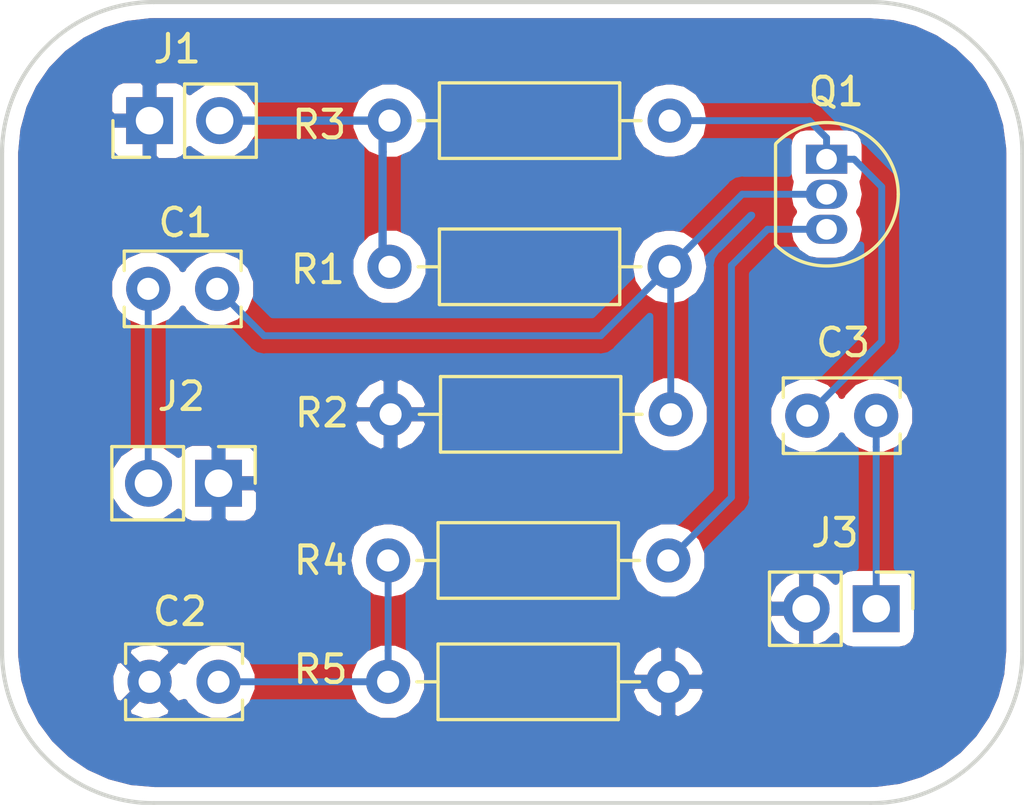
<source format=kicad_pcb>
(kicad_pcb (version 20171130) (host pcbnew "(5.0.2)-1")

  (general
    (thickness 1.6)
    (drawings 14)
    (tracks 30)
    (zones 0)
    (modules 12)
    (nets 9)
  )

  (page A4)
  (title_block
    (title "Single transistor AMP")
    (date 2019-03-30)
    (company "Ventspils Augstskola")
    (comment 1 "PCB kurss")
    (comment 2 "Roksolana Amarova")
    (comment 3 Autore:)
  )

  (layers
    (0 F.Cu signal)
    (31 B.Cu signal)
    (36 B.SilkS user)
    (37 F.SilkS user)
    (38 B.Mask user)
    (39 F.Mask user)
    (40 Dwgs.User user hide)
    (41 Cmts.User user)
    (42 Eco1.User user)
    (43 Eco2.User user)
    (44 Edge.Cuts user)
    (45 Margin user)
    (46 B.CrtYd user)
    (47 F.CrtYd user)
    (49 F.Fab user hide)
  )

  (setup
    (last_trace_width 0.25)
    (trace_clearance 0.2)
    (zone_clearance 0.508)
    (zone_45_only no)
    (trace_min 0.2)
    (segment_width 0.2)
    (edge_width 0.15)
    (via_size 0.8)
    (via_drill 0.4)
    (via_min_size 0.4)
    (via_min_drill 0.3)
    (uvia_size 0.3)
    (uvia_drill 0.1)
    (uvias_allowed no)
    (uvia_min_size 0.2)
    (uvia_min_drill 0.1)
    (pcb_text_width 0.3)
    (pcb_text_size 1.5 1.5)
    (mod_edge_width 0.15)
    (mod_text_size 1 1)
    (mod_text_width 0.15)
    (pad_size 1.524 1.524)
    (pad_drill 0.762)
    (pad_to_mask_clearance 0.051)
    (solder_mask_min_width 0.25)
    (aux_axis_origin 0 0)
    (visible_elements 7FFFFFFF)
    (pcbplotparams
      (layerselection 0x010fc_ffffffff)
      (usegerberextensions false)
      (usegerberattributes false)
      (usegerberadvancedattributes false)
      (creategerberjobfile false)
      (excludeedgelayer true)
      (linewidth 0.100000)
      (plotframeref false)
      (viasonmask false)
      (mode 1)
      (useauxorigin false)
      (hpglpennumber 1)
      (hpglpenspeed 20)
      (hpglpendiameter 15.000000)
      (psnegative false)
      (psa4output false)
      (plotreference true)
      (plotvalue true)
      (plotinvisibletext false)
      (padsonsilk false)
      (subtractmaskfromsilk false)
      (outputformat 1)
      (mirror false)
      (drillshape 1)
      (scaleselection 1)
      (outputdirectory ""))
  )

  (net 0 "")
  (net 1 "Net-(C1-Pad1)")
  (net 2 "Net-(C1-Pad2)")
  (net 3 "Net-(C2-Pad1)")
  (net 4 GND)
  (net 5 "Net-(C3-Pad2)")
  (net 6 "Net-(C3-Pad1)")
  (net 7 +10V)
  (net 8 "Net-(Q1-Pad3)")

  (net_class Default "This is the default net class."
    (clearance 0.2)
    (trace_width 0.25)
    (via_dia 0.8)
    (via_drill 0.4)
    (uvia_dia 0.3)
    (uvia_drill 0.1)
    (add_net GND)
    (add_net "Net-(C1-Pad1)")
    (add_net "Net-(C1-Pad2)")
    (add_net "Net-(C2-Pad1)")
    (add_net "Net-(C3-Pad1)")
    (add_net "Net-(C3-Pad2)")
    (add_net "Net-(Q1-Pad3)")
  )

  (net_class Power ""
    (clearance 0.5)
    (trace_width 0.3)
    (via_dia 1)
    (via_drill 0.6)
    (uvia_dia 0.3)
    (uvia_drill 0.1)
    (add_net +10V)
  )

  (module Capacitor_THT:C_Rect_L4.0mm_W2.5mm_P2.50mm (layer F.Cu) (tedit 5CAB6D69) (tstamp 5CA962AF)
    (at 140.05 108.35 180)
    (descr "C, Rect series, Radial, pin pitch=2.50mm, , length*width=4*2.5mm^2, Capacitor")
    (tags "C Rect series Radial pin pitch 2.50mm  length 4mm width 2.5mm Capacitor")
    (path /5C918D1D)
    (fp_text reference C1 (at 1.15 2.4 180) (layer F.SilkS)
      (effects (font (size 1 1) (thickness 0.15)))
    )
    (fp_text value 1uF (at 1.15 -2.35 180) (layer F.Fab)
      (effects (font (size 1 1) (thickness 0.15)))
    )
    (fp_text user "" (at 1.25 0 180) (layer F.Fab)
      (effects (font (size 0.8 0.8) (thickness 0.12)))
    )
    (fp_line (start 3.55 -1.5) (end -1.05 -1.5) (layer F.CrtYd) (width 0.05))
    (fp_line (start 3.55 1.5) (end 3.55 -1.5) (layer F.CrtYd) (width 0.05))
    (fp_line (start -1.05 1.5) (end 3.55 1.5) (layer F.CrtYd) (width 0.05))
    (fp_line (start -1.05 -1.5) (end -1.05 1.5) (layer F.CrtYd) (width 0.05))
    (fp_line (start 3.37 0.665) (end 3.37 1.37) (layer F.SilkS) (width 0.12))
    (fp_line (start 3.37 -1.37) (end 3.37 -0.665) (layer F.SilkS) (width 0.12))
    (fp_line (start -0.87 0.665) (end -0.87 1.37) (layer F.SilkS) (width 0.12))
    (fp_line (start -0.87 -1.37) (end -0.87 -0.665) (layer F.SilkS) (width 0.12))
    (fp_line (start -0.87 1.37) (end 3.37 1.37) (layer F.SilkS) (width 0.12))
    (fp_line (start -0.87 -1.37) (end 3.37 -1.37) (layer F.SilkS) (width 0.12))
    (fp_line (start 3.25 -1.25) (end -0.75 -1.25) (layer F.Fab) (width 0.1))
    (fp_line (start 3.25 1.25) (end 3.25 -1.25) (layer F.Fab) (width 0.1))
    (fp_line (start -0.75 1.25) (end 3.25 1.25) (layer F.Fab) (width 0.1))
    (fp_line (start -0.75 -1.25) (end -0.75 1.25) (layer F.Fab) (width 0.1))
    (pad 2 thru_hole circle (at 2.5 0 180) (size 1.6 1.6) (drill 0.8) (layers *.Cu *.Mask)
      (net 2 "Net-(C1-Pad2)"))
    (pad 1 thru_hole circle (at 0 0 180) (size 1.6 1.6) (drill 0.8) (layers *.Cu *.Mask)
      (net 1 "Net-(C1-Pad1)"))
    (model ${KISYS3DMOD}/Capacitor_THT.3dshapes/C_Rect_L4.0mm_W2.5mm_P2.50mm.wrl
      (at (xyz 0 0 0))
      (scale (xyz 1 1 1))
      (rotate (xyz 0 0 0))
    )
  )

  (module Package_TO_SOT_THT:TO-92_Inline (layer F.Cu) (tedit 5CAB6CB7) (tstamp 5CA9632D)
    (at 162.15 103.65 270)
    (descr "TO-92 leads in-line, narrow, oval pads, drill 0.75mm (see NXP sot054_po.pdf)")
    (tags "to-92 sc-43 sc-43a sot54 PA33 transistor")
    (path /5C917F08)
    (fp_text reference Q1 (at -2.45 -0.35) (layer F.SilkS)
      (effects (font (size 1 1) (thickness 0.15)))
    )
    (fp_text value BC548 (at 4.8 -0.05) (layer F.Fab)
      (effects (font (size 1 1) (thickness 0.15)))
    )
    (fp_arc (start 1.27 0) (end 1.27 -2.6) (angle 135) (layer F.SilkS) (width 0.12))
    (fp_arc (start 1.27 0) (end 1.27 -2.48) (angle -135) (layer F.Fab) (width 0.1))
    (fp_arc (start 1.27 0) (end 1.27 -2.6) (angle -135) (layer F.SilkS) (width 0.12))
    (fp_arc (start 1.27 0) (end 1.27 -2.48) (angle 135) (layer F.Fab) (width 0.1))
    (fp_line (start 4 2.01) (end -1.46 2.01) (layer F.CrtYd) (width 0.05))
    (fp_line (start 4 2.01) (end 4 -2.73) (layer F.CrtYd) (width 0.05))
    (fp_line (start -1.46 -2.73) (end -1.46 2.01) (layer F.CrtYd) (width 0.05))
    (fp_line (start -1.46 -2.73) (end 4 -2.73) (layer F.CrtYd) (width 0.05))
    (fp_line (start -0.5 1.75) (end 3 1.75) (layer F.Fab) (width 0.1))
    (fp_line (start -0.53 1.85) (end 3.07 1.85) (layer F.SilkS) (width 0.12))
    (fp_text user "" (at 1.27 -3.56 270) (layer F.Fab)
      (effects (font (size 1 1) (thickness 0.15)))
    )
    (pad 1 thru_hole rect (at 0 0 270) (size 1.05 1.5) (drill 0.75) (layers *.Cu *.Mask)
      (net 5 "Net-(C3-Pad2)"))
    (pad 3 thru_hole oval (at 2.54 0 270) (size 1.05 1.5) (drill 0.75) (layers *.Cu *.Mask)
      (net 8 "Net-(Q1-Pad3)"))
    (pad 2 thru_hole oval (at 1.27 0 270) (size 1.05 1.5) (drill 0.75) (layers *.Cu *.Mask)
      (net 1 "Net-(C1-Pad1)"))
    (model ${KISYS3DMOD}/Package_TO_SOT_THT.3dshapes/TO-92_Inline.wrl
      (at (xyz 0 0 0))
      (scale (xyz 1 1 1))
      (rotate (xyz 0 0 0))
    )
  )

  (module Resistor_THT:R_Axial_DIN0207_L6.3mm_D2.5mm_P10.16mm_Horizontal (layer F.Cu) (tedit 5CAB6C17) (tstamp 5CA96389)
    (at 156.41 118.2 180)
    (descr "Resistor, Axial_DIN0207 series, Axial, Horizontal, pin pitch=10.16mm, 0.25W = 1/4W, length*diameter=6.3*2.5mm^2, http://cdn-reichelt.de/documents/datenblatt/B400/1_4W%23YAG.pdf")
    (tags "Resistor Axial_DIN0207 series Axial Horizontal pin pitch 10.16mm 0.25W = 1/4W length 6.3mm diameter 2.5mm")
    (path /5C919205)
    (fp_text reference R4 (at 12.6 0 180) (layer F.SilkS)
      (effects (font (size 1 1) (thickness 0.15)))
    )
    (fp_text value 330 (at 5.01 0.1 180) (layer F.Fab)
      (effects (font (size 1 1) (thickness 0.15)))
    )
    (fp_text user "" (at 4.71 -1.75 180) (layer F.Fab)
      (effects (font (size 1 1) (thickness 0.15)))
    )
    (fp_line (start 11.21 -1.5) (end -1.05 -1.5) (layer F.CrtYd) (width 0.05))
    (fp_line (start 11.21 1.5) (end 11.21 -1.5) (layer F.CrtYd) (width 0.05))
    (fp_line (start -1.05 1.5) (end 11.21 1.5) (layer F.CrtYd) (width 0.05))
    (fp_line (start -1.05 -1.5) (end -1.05 1.5) (layer F.CrtYd) (width 0.05))
    (fp_line (start 9.12 0) (end 8.35 0) (layer F.SilkS) (width 0.12))
    (fp_line (start 1.04 0) (end 1.81 0) (layer F.SilkS) (width 0.12))
    (fp_line (start 8.35 -1.37) (end 1.81 -1.37) (layer F.SilkS) (width 0.12))
    (fp_line (start 8.35 1.37) (end 8.35 -1.37) (layer F.SilkS) (width 0.12))
    (fp_line (start 1.81 1.37) (end 8.35 1.37) (layer F.SilkS) (width 0.12))
    (fp_line (start 1.81 -1.37) (end 1.81 1.37) (layer F.SilkS) (width 0.12))
    (fp_line (start 10.16 0) (end 8.23 0) (layer F.Fab) (width 0.1))
    (fp_line (start 0 0) (end 1.93 0) (layer F.Fab) (width 0.1))
    (fp_line (start 8.23 -1.25) (end 1.93 -1.25) (layer F.Fab) (width 0.1))
    (fp_line (start 8.23 1.25) (end 8.23 -1.25) (layer F.Fab) (width 0.1))
    (fp_line (start 1.93 1.25) (end 8.23 1.25) (layer F.Fab) (width 0.1))
    (fp_line (start 1.93 -1.25) (end 1.93 1.25) (layer F.Fab) (width 0.1))
    (pad 2 thru_hole oval (at 10.16 0 180) (size 1.6 1.6) (drill 0.8) (layers *.Cu *.Mask)
      (net 3 "Net-(C2-Pad1)"))
    (pad 1 thru_hole circle (at 0 0 180) (size 1.6 1.6) (drill 0.8) (layers *.Cu *.Mask)
      (net 8 "Net-(Q1-Pad3)"))
    (model ${KISYS3DMOD}/Resistor_THT.3dshapes/R_Axial_DIN0207_L6.3mm_D2.5mm_P10.16mm_Horizontal.wrl
      (at (xyz 0 0 0))
      (scale (xyz 1 1 1))
      (rotate (xyz 0 0 0))
    )
  )

  (module Resistor_THT:R_Axial_DIN0207_L6.3mm_D2.5mm_P10.16mm_Horizontal (layer F.Cu) (tedit 5CAB6C47) (tstamp 5CA963A0)
    (at 146.25 122.6)
    (descr "Resistor, Axial_DIN0207 series, Axial, Horizontal, pin pitch=10.16mm, 0.25W = 1/4W, length*diameter=6.3*2.5mm^2, http://cdn-reichelt.de/documents/datenblatt/B400/1_4W%23YAG.pdf")
    (tags "Resistor Axial_DIN0207 series Axial Horizontal pin pitch 10.16mm 0.25W = 1/4W length 6.3mm diameter 2.5mm")
    (path /5C91793F)
    (fp_text reference R5 (at -2.45 -0.45) (layer F.SilkS)
      (effects (font (size 1 1) (thickness 0.15)))
    )
    (fp_text value 330 (at 5.35 -0.05) (layer F.Fab)
      (effects (font (size 1 1) (thickness 0.15)))
    )
    (fp_line (start 1.93 -1.25) (end 1.93 1.25) (layer F.Fab) (width 0.1))
    (fp_line (start 1.93 1.25) (end 8.23 1.25) (layer F.Fab) (width 0.1))
    (fp_line (start 8.23 1.25) (end 8.23 -1.25) (layer F.Fab) (width 0.1))
    (fp_line (start 8.23 -1.25) (end 1.93 -1.25) (layer F.Fab) (width 0.1))
    (fp_line (start 0 0) (end 1.93 0) (layer F.Fab) (width 0.1))
    (fp_line (start 10.16 0) (end 8.23 0) (layer F.Fab) (width 0.1))
    (fp_line (start 1.81 -1.37) (end 1.81 1.37) (layer F.SilkS) (width 0.12))
    (fp_line (start 1.81 1.37) (end 8.35 1.37) (layer F.SilkS) (width 0.12))
    (fp_line (start 8.35 1.37) (end 8.35 -1.37) (layer F.SilkS) (width 0.12))
    (fp_line (start 8.35 -1.37) (end 1.81 -1.37) (layer F.SilkS) (width 0.12))
    (fp_line (start 1.04 0) (end 1.81 0) (layer F.SilkS) (width 0.12))
    (fp_line (start 9.12 0) (end 8.35 0) (layer F.SilkS) (width 0.12))
    (fp_line (start -1.05 -1.5) (end -1.05 1.5) (layer F.CrtYd) (width 0.05))
    (fp_line (start -1.05 1.5) (end 11.21 1.5) (layer F.CrtYd) (width 0.05))
    (fp_line (start 11.21 1.5) (end 11.21 -1.5) (layer F.CrtYd) (width 0.05))
    (fp_line (start 11.21 -1.5) (end -1.05 -1.5) (layer F.CrtYd) (width 0.05))
    (fp_text user "" (at 5.08 0) (layer F.Fab)
      (effects (font (size 1 1) (thickness 0.15)))
    )
    (pad 1 thru_hole circle (at 0 0) (size 1.6 1.6) (drill 0.8) (layers *.Cu *.Mask)
      (net 3 "Net-(C2-Pad1)"))
    (pad 2 thru_hole oval (at 10.16 0) (size 1.6 1.6) (drill 0.8) (layers *.Cu *.Mask)
      (net 4 GND))
    (model ${KISYS3DMOD}/Resistor_THT.3dshapes/R_Axial_DIN0207_L6.3mm_D2.5mm_P10.16mm_Horizontal.wrl
      (at (xyz 0 0 0))
      (scale (xyz 1 1 1))
      (rotate (xyz 0 0 0))
    )
  )

  (module Resistor_THT:R_Axial_DIN0207_L6.3mm_D2.5mm_P10.16mm_Horizontal (layer F.Cu) (tedit 5CAB6C2A) (tstamp 5CA96344)
    (at 146.3 107.55)
    (descr "Resistor, Axial_DIN0207 series, Axial, Horizontal, pin pitch=10.16mm, 0.25W = 1/4W, length*diameter=6.3*2.5mm^2, http://cdn-reichelt.de/documents/datenblatt/B400/1_4W%23YAG.pdf")
    (tags "Resistor Axial_DIN0207 series Axial Horizontal pin pitch 10.16mm 0.25W = 1/4W length 6.3mm diameter 2.5mm")
    (path /5C917979)
    (fp_text reference R1 (at -2.6 0.1) (layer F.SilkS)
      (effects (font (size 1 1) (thickness 0.15)))
    )
    (fp_text value 33k (at 5.2 -0.1 unlocked) (layer F.Fab)
      (effects (font (size 1 1) (thickness 0.15)))
    )
    (fp_text user "" (at 5.08 0) (layer F.Fab)
      (effects (font (size 1 1) (thickness 0.15)))
    )
    (fp_line (start 11.21 -1.5) (end -1.05 -1.5) (layer F.CrtYd) (width 0.05))
    (fp_line (start 11.21 1.5) (end 11.21 -1.5) (layer F.CrtYd) (width 0.05))
    (fp_line (start -1.05 1.5) (end 11.21 1.5) (layer F.CrtYd) (width 0.05))
    (fp_line (start -1.05 -1.5) (end -1.05 1.5) (layer F.CrtYd) (width 0.05))
    (fp_line (start 9.12 0) (end 8.35 0) (layer F.SilkS) (width 0.12))
    (fp_line (start 1.04 0) (end 1.81 0) (layer F.SilkS) (width 0.12))
    (fp_line (start 8.35 -1.37) (end 1.81 -1.37) (layer F.SilkS) (width 0.12))
    (fp_line (start 8.35 1.37) (end 8.35 -1.37) (layer F.SilkS) (width 0.12))
    (fp_line (start 1.81 1.37) (end 8.35 1.37) (layer F.SilkS) (width 0.12))
    (fp_line (start 1.81 -1.37) (end 1.81 1.37) (layer F.SilkS) (width 0.12))
    (fp_line (start 10.16 0) (end 8.23 0) (layer F.Fab) (width 0.1))
    (fp_line (start 0 0) (end 1.93 0) (layer F.Fab) (width 0.1))
    (fp_line (start 8.23 -1.25) (end 1.93 -1.25) (layer F.Fab) (width 0.1))
    (fp_line (start 8.23 1.25) (end 8.23 -1.25) (layer F.Fab) (width 0.1))
    (fp_line (start 1.93 1.25) (end 8.23 1.25) (layer F.Fab) (width 0.1))
    (fp_line (start 1.93 -1.25) (end 1.93 1.25) (layer F.Fab) (width 0.1))
    (pad 2 thru_hole oval (at 10.16 0) (size 1.6 1.6) (drill 0.8) (layers *.Cu *.Mask)
      (net 1 "Net-(C1-Pad1)"))
    (pad 1 thru_hole circle (at 0 0) (size 1.6 1.6) (drill 0.8) (layers *.Cu *.Mask)
      (net 7 +10V))
    (model ${KISYS3DMOD}/Resistor_THT.3dshapes/R_Axial_DIN0207_L6.3mm_D2.5mm_P10.16mm_Horizontal.wrl
      (at (xyz 0 0 0))
      (scale (xyz 1 1 1))
      (rotate (xyz 0 0 0))
    )
  )

  (module Resistor_THT:R_Axial_DIN0207_L6.3mm_D2.5mm_P10.16mm_Horizontal (layer F.Cu) (tedit 5CAB6C2E) (tstamp 5CA96372)
    (at 146.3 102.25)
    (descr "Resistor, Axial_DIN0207 series, Axial, Horizontal, pin pitch=10.16mm, 0.25W = 1/4W, length*diameter=6.3*2.5mm^2, http://cdn-reichelt.de/documents/datenblatt/B400/1_4W%23YAG.pdf")
    (tags "Resistor Axial_DIN0207 series Axial Horizontal pin pitch 10.16mm 0.25W = 1/4W length 6.3mm diameter 2.5mm")
    (path /5C9175C6)
    (fp_text reference R3 (at -2.55 0.15) (layer F.SilkS)
      (effects (font (size 1 1) (thickness 0.15)))
    )
    (fp_text value 3.3k (at 5.4 0.05) (layer F.Fab)
      (effects (font (size 1 1) (thickness 0.15)))
    )
    (fp_text user "" (at 4.95 -0.05) (layer F.Fab)
      (effects (font (size 1 1) (thickness 0.15)))
    )
    (fp_line (start 11.21 -1.5) (end -1.05 -1.5) (layer F.CrtYd) (width 0.05))
    (fp_line (start 11.21 1.5) (end 11.21 -1.5) (layer F.CrtYd) (width 0.05))
    (fp_line (start -1.05 1.5) (end 11.21 1.5) (layer F.CrtYd) (width 0.05))
    (fp_line (start -1.05 -1.5) (end -1.05 1.5) (layer F.CrtYd) (width 0.05))
    (fp_line (start 9.12 0) (end 8.35 0) (layer F.SilkS) (width 0.12))
    (fp_line (start 1.04 0) (end 1.81 0) (layer F.SilkS) (width 0.12))
    (fp_line (start 8.35 -1.37) (end 1.81 -1.37) (layer F.SilkS) (width 0.12))
    (fp_line (start 8.35 1.37) (end 8.35 -1.37) (layer F.SilkS) (width 0.12))
    (fp_line (start 1.81 1.37) (end 8.35 1.37) (layer F.SilkS) (width 0.12))
    (fp_line (start 1.81 -1.37) (end 1.81 1.37) (layer F.SilkS) (width 0.12))
    (fp_line (start 10.16 0) (end 8.23 0) (layer F.Fab) (width 0.1))
    (fp_line (start 0 0) (end 1.93 0) (layer F.Fab) (width 0.1))
    (fp_line (start 8.23 -1.25) (end 1.93 -1.25) (layer F.Fab) (width 0.1))
    (fp_line (start 8.23 1.25) (end 8.23 -1.25) (layer F.Fab) (width 0.1))
    (fp_line (start 1.93 1.25) (end 8.23 1.25) (layer F.Fab) (width 0.1))
    (fp_line (start 1.93 -1.25) (end 1.93 1.25) (layer F.Fab) (width 0.1))
    (pad 2 thru_hole oval (at 10.16 0) (size 1.6 1.6) (drill 0.8) (layers *.Cu *.Mask)
      (net 5 "Net-(C3-Pad2)"))
    (pad 1 thru_hole circle (at 0 0) (size 1.6 1.6) (drill 0.8) (layers *.Cu *.Mask)
      (net 7 +10V))
    (model ${KISYS3DMOD}/Resistor_THT.3dshapes/R_Axial_DIN0207_L6.3mm_D2.5mm_P10.16mm_Horizontal.wrl
      (at (xyz 0 0 0))
      (scale (xyz 1 1 1))
      (rotate (xyz 0 0 0))
    )
  )

  (module Resistor_THT:R_Axial_DIN0207_L6.3mm_D2.5mm_P10.16mm_Horizontal (layer F.Cu) (tedit 5CAB6C24) (tstamp 5CA9635B)
    (at 156.5 112.9 180)
    (descr "Resistor, Axial_DIN0207 series, Axial, Horizontal, pin pitch=10.16mm, 0.25W = 1/4W, length*diameter=6.3*2.5mm^2, http://cdn-reichelt.de/documents/datenblatt/B400/1_4W%23YAG.pdf")
    (tags "Resistor Axial_DIN0207 series Axial Horizontal pin pitch 10.16mm 0.25W = 1/4W length 6.3mm diameter 2.5mm")
    (path /5C91795D)
    (fp_text reference R2 (at 12.65 0.05 180) (layer F.SilkS)
      (effects (font (size 1 1) (thickness 0.15)))
    )
    (fp_text value 10k (at 5.15 0.15 180) (layer F.Fab)
      (effects (font (size 1 1) (thickness 0.15)))
    )
    (fp_text user "" (at 5.08 0 180) (layer F.Fab)
      (effects (font (size 1 1) (thickness 0.15)))
    )
    (fp_line (start 11.21 -1.5) (end -1.05 -1.5) (layer F.CrtYd) (width 0.05))
    (fp_line (start 11.21 1.5) (end 11.21 -1.5) (layer F.CrtYd) (width 0.05))
    (fp_line (start -1.05 1.5) (end 11.21 1.5) (layer F.CrtYd) (width 0.05))
    (fp_line (start -1.05 -1.5) (end -1.05 1.5) (layer F.CrtYd) (width 0.05))
    (fp_line (start 9.12 0) (end 8.35 0) (layer F.SilkS) (width 0.12))
    (fp_line (start 1.04 0) (end 1.81 0) (layer F.SilkS) (width 0.12))
    (fp_line (start 8.35 -1.37) (end 1.81 -1.37) (layer F.SilkS) (width 0.12))
    (fp_line (start 8.35 1.37) (end 8.35 -1.37) (layer F.SilkS) (width 0.12))
    (fp_line (start 1.81 1.37) (end 8.35 1.37) (layer F.SilkS) (width 0.12))
    (fp_line (start 1.81 -1.37) (end 1.81 1.37) (layer F.SilkS) (width 0.12))
    (fp_line (start 10.16 0) (end 8.23 0) (layer F.Fab) (width 0.1))
    (fp_line (start 0 0) (end 1.93 0) (layer F.Fab) (width 0.1))
    (fp_line (start 8.23 -1.25) (end 1.93 -1.25) (layer F.Fab) (width 0.1))
    (fp_line (start 8.23 1.25) (end 8.23 -1.25) (layer F.Fab) (width 0.1))
    (fp_line (start 1.93 1.25) (end 8.23 1.25) (layer F.Fab) (width 0.1))
    (fp_line (start 1.93 -1.25) (end 1.93 1.25) (layer F.Fab) (width 0.1))
    (pad 2 thru_hole oval (at 10.16 0 180) (size 1.6 1.6) (drill 0.8) (layers *.Cu *.Mask)
      (net 4 GND))
    (pad 1 thru_hole circle (at 0 0 180) (size 1.6 1.6) (drill 0.8) (layers *.Cu *.Mask)
      (net 1 "Net-(C1-Pad1)"))
    (model ${KISYS3DMOD}/Resistor_THT.3dshapes/R_Axial_DIN0207_L6.3mm_D2.5mm_P10.16mm_Horizontal.wrl
      (at (xyz 0 0 0))
      (scale (xyz 1 1 1))
      (rotate (xyz 0 0 0))
    )
  )

  (module Connector_PinHeader_2.54mm:PinHeader_1x02_P2.54mm_Vertical (layer F.Cu) (tedit 5CAB6CA3) (tstamp 5CA9631B)
    (at 163.95 119.95 270)
    (descr "Through hole straight pin header, 1x02, 2.54mm pitch, single row")
    (tags "Through hole pin header THT 1x02 2.54mm single row")
    (path /5C91B375)
    (fp_text reference J3 (at -2.75 1.5) (layer F.SilkS)
      (effects (font (size 1 1) (thickness 0.15)))
    )
    (fp_text value Uiz (at 0.15 -3.15) (layer F.Fab)
      (effects (font (size 1 1) (thickness 0.15)))
    )
    (fp_text user "" (at 0 1.27) (layer F.Fab)
      (effects (font (size 1 1) (thickness 0.15)))
    )
    (fp_line (start 1.8 -1.8) (end -1.8 -1.8) (layer F.CrtYd) (width 0.05))
    (fp_line (start 1.8 4.35) (end 1.8 -1.8) (layer F.CrtYd) (width 0.05))
    (fp_line (start -1.8 4.35) (end 1.8 4.35) (layer F.CrtYd) (width 0.05))
    (fp_line (start -1.8 -1.8) (end -1.8 4.35) (layer F.CrtYd) (width 0.05))
    (fp_line (start -1.33 -1.33) (end 0 -1.33) (layer F.SilkS) (width 0.12))
    (fp_line (start -1.33 0) (end -1.33 -1.33) (layer F.SilkS) (width 0.12))
    (fp_line (start -1.33 1.27) (end 1.33 1.27) (layer F.SilkS) (width 0.12))
    (fp_line (start 1.33 1.27) (end 1.33 3.87) (layer F.SilkS) (width 0.12))
    (fp_line (start -1.33 1.27) (end -1.33 3.87) (layer F.SilkS) (width 0.12))
    (fp_line (start -1.33 3.87) (end 1.33 3.87) (layer F.SilkS) (width 0.12))
    (fp_line (start -1.27 -0.635) (end -0.635 -1.27) (layer F.Fab) (width 0.1))
    (fp_line (start -1.27 3.81) (end -1.27 -0.635) (layer F.Fab) (width 0.1))
    (fp_line (start 1.27 3.81) (end -1.27 3.81) (layer F.Fab) (width 0.1))
    (fp_line (start 1.27 -1.27) (end 1.27 3.81) (layer F.Fab) (width 0.1))
    (fp_line (start -0.635 -1.27) (end 1.27 -1.27) (layer F.Fab) (width 0.1))
    (pad 2 thru_hole oval (at 0 2.54 270) (size 1.7 1.7) (drill 1) (layers *.Cu *.Mask)
      (net 4 GND))
    (pad 1 thru_hole rect (at 0 0 270) (size 1.7 1.7) (drill 1) (layers *.Cu *.Mask)
      (net 6 "Net-(C3-Pad1)"))
    (model ${KISYS3DMOD}/Connector_PinHeader_2.54mm.3dshapes/PinHeader_1x02_P2.54mm_Vertical.wrl
      (at (xyz 0 0 0))
      (scale (xyz 1 1 1))
      (rotate (xyz 0 0 0))
    )
  )

  (module Capacitor_THT:C_Rect_L4.0mm_W2.5mm_P2.50mm (layer F.Cu) (tedit 5CAB6D72) (tstamp 5CA962C4)
    (at 140.1 122.6 180)
    (descr "C, Rect series, Radial, pin pitch=2.50mm, , length*width=4*2.5mm^2, Capacitor")
    (tags "C Rect series Radial pin pitch 2.50mm  length 4mm width 2.5mm Capacitor")
    (path /5C918210)
    (fp_text reference C2 (at 1.4 2.55 180) (layer F.SilkS)
      (effects (font (size 1 1) (thickness 0.15)))
    )
    (fp_text value 10uF (at 1 -2.45 180) (layer F.Fab)
      (effects (font (size 1 1) (thickness 0.15)))
    )
    (fp_text user "" (at 1.25 0 180) (layer F.Fab)
      (effects (font (size 0.8 0.8) (thickness 0.12)))
    )
    (fp_line (start 3.55 -1.5) (end -1.05 -1.5) (layer F.CrtYd) (width 0.05))
    (fp_line (start 3.55 1.5) (end 3.55 -1.5) (layer F.CrtYd) (width 0.05))
    (fp_line (start -1.05 1.5) (end 3.55 1.5) (layer F.CrtYd) (width 0.05))
    (fp_line (start -1.05 -1.5) (end -1.05 1.5) (layer F.CrtYd) (width 0.05))
    (fp_line (start 3.37 0.665) (end 3.37 1.37) (layer F.SilkS) (width 0.12))
    (fp_line (start 3.37 -1.37) (end 3.37 -0.665) (layer F.SilkS) (width 0.12))
    (fp_line (start -0.87 0.665) (end -0.87 1.37) (layer F.SilkS) (width 0.12))
    (fp_line (start -0.87 -1.37) (end -0.87 -0.665) (layer F.SilkS) (width 0.12))
    (fp_line (start -0.87 1.37) (end 3.37 1.37) (layer F.SilkS) (width 0.12))
    (fp_line (start -0.87 -1.37) (end 3.37 -1.37) (layer F.SilkS) (width 0.12))
    (fp_line (start 3.25 -1.25) (end -0.75 -1.25) (layer F.Fab) (width 0.1))
    (fp_line (start 3.25 1.25) (end 3.25 -1.25) (layer F.Fab) (width 0.1))
    (fp_line (start -0.75 1.25) (end 3.25 1.25) (layer F.Fab) (width 0.1))
    (fp_line (start -0.75 -1.25) (end -0.75 1.25) (layer F.Fab) (width 0.1))
    (pad 2 thru_hole circle (at 2.5 0 180) (size 1.6 1.6) (drill 0.8) (layers *.Cu *.Mask)
      (net 4 GND))
    (pad 1 thru_hole circle (at 0 0 180) (size 1.6 1.6) (drill 0.8) (layers *.Cu *.Mask)
      (net 3 "Net-(C2-Pad1)"))
    (model ${KISYS3DMOD}/Capacitor_THT.3dshapes/C_Rect_L4.0mm_W2.5mm_P2.50mm.wrl
      (at (xyz 0 0 0))
      (scale (xyz 1 1 1))
      (rotate (xyz 0 0 0))
    )
  )

  (module Capacitor_THT:C_Rect_L4.0mm_W2.5mm_P2.50mm (layer F.Cu) (tedit 5CAB6CAD) (tstamp 5CA962D9)
    (at 163.95 112.95 180)
    (descr "C, Rect series, Radial, pin pitch=2.50mm, , length*width=4*2.5mm^2, Capacitor")
    (tags "C Rect series Radial pin pitch 2.50mm  length 4mm width 2.5mm Capacitor")
    (path /5C918CF5)
    (fp_text reference C3 (at 1.2 2.65 180) (layer F.SilkS)
      (effects (font (size 1 1) (thickness 0.15)))
    )
    (fp_text value 1uF (at 1.3 -2.35 180) (layer F.Fab)
      (effects (font (size 1 1) (thickness 0.15)))
    )
    (fp_line (start -0.75 -1.25) (end -0.75 1.25) (layer F.Fab) (width 0.1))
    (fp_line (start -0.75 1.25) (end 3.25 1.25) (layer F.Fab) (width 0.1))
    (fp_line (start 3.25 1.25) (end 3.25 -1.25) (layer F.Fab) (width 0.1))
    (fp_line (start 3.25 -1.25) (end -0.75 -1.25) (layer F.Fab) (width 0.1))
    (fp_line (start -0.87 -1.37) (end 3.37 -1.37) (layer F.SilkS) (width 0.12))
    (fp_line (start -0.87 1.37) (end 3.37 1.37) (layer F.SilkS) (width 0.12))
    (fp_line (start -0.87 -1.37) (end -0.87 -0.665) (layer F.SilkS) (width 0.12))
    (fp_line (start -0.87 0.665) (end -0.87 1.37) (layer F.SilkS) (width 0.12))
    (fp_line (start 3.37 -1.37) (end 3.37 -0.665) (layer F.SilkS) (width 0.12))
    (fp_line (start 3.37 0.665) (end 3.37 1.37) (layer F.SilkS) (width 0.12))
    (fp_line (start -1.05 -1.5) (end -1.05 1.5) (layer F.CrtYd) (width 0.05))
    (fp_line (start -1.05 1.5) (end 3.55 1.5) (layer F.CrtYd) (width 0.05))
    (fp_line (start 3.55 1.5) (end 3.55 -1.5) (layer F.CrtYd) (width 0.05))
    (fp_line (start 3.55 -1.5) (end -1.05 -1.5) (layer F.CrtYd) (width 0.05))
    (fp_text user "" (at -2.6 -0.2 180) (layer F.Fab)
      (effects (font (size 0.8 0.8) (thickness 0.12)))
    )
    (pad 1 thru_hole circle (at 0 0 180) (size 1.6 1.6) (drill 0.8) (layers *.Cu *.Mask)
      (net 6 "Net-(C3-Pad1)"))
    (pad 2 thru_hole circle (at 2.5 0 180) (size 1.6 1.6) (drill 0.8) (layers *.Cu *.Mask)
      (net 5 "Net-(C3-Pad2)"))
    (model ${KISYS3DMOD}/Capacitor_THT.3dshapes/C_Rect_L4.0mm_W2.5mm_P2.50mm.wrl
      (at (xyz 0 0 0))
      (scale (xyz 1 1 1))
      (rotate (xyz 0 0 0))
    )
  )

  (module Connector_PinHeader_2.54mm:PinHeader_1x02_P2.54mm_Vertical (layer F.Cu) (tedit 5CAB6D64) (tstamp 5CA962EF)
    (at 137.6 102.25 90)
    (descr "Through hole straight pin header, 1x02, 2.54mm pitch, single row")
    (tags "Through hole pin header THT 1x02 2.54mm single row")
    (path /5C91F491)
    (fp_text reference J1 (at 2.6 1 180) (layer F.SilkS)
      (effects (font (size 1 1) (thickness 0.15)))
    )
    (fp_text value Power_Supply (at -2.4 1.55 180) (layer F.Fab)
      (effects (font (size 1 1) (thickness 0.15)))
    )
    (fp_text user "" (at 0 1.27 180) (layer F.Fab)
      (effects (font (size 1 1) (thickness 0.15)))
    )
    (fp_line (start 1.8 -1.8) (end -1.8 -1.8) (layer F.CrtYd) (width 0.05))
    (fp_line (start 1.8 4.35) (end 1.8 -1.8) (layer F.CrtYd) (width 0.05))
    (fp_line (start -1.8 4.35) (end 1.8 4.35) (layer F.CrtYd) (width 0.05))
    (fp_line (start -1.8 -1.8) (end -1.8 4.35) (layer F.CrtYd) (width 0.05))
    (fp_line (start -1.33 -1.33) (end 0 -1.33) (layer F.SilkS) (width 0.12))
    (fp_line (start -1.33 0) (end -1.33 -1.33) (layer F.SilkS) (width 0.12))
    (fp_line (start -1.33 1.27) (end 1.33 1.27) (layer F.SilkS) (width 0.12))
    (fp_line (start 1.33 1.27) (end 1.33 3.87) (layer F.SilkS) (width 0.12))
    (fp_line (start -1.33 1.27) (end -1.33 3.87) (layer F.SilkS) (width 0.12))
    (fp_line (start -1.33 3.87) (end 1.33 3.87) (layer F.SilkS) (width 0.12))
    (fp_line (start -1.27 -0.635) (end -0.635 -1.27) (layer F.Fab) (width 0.1))
    (fp_line (start -1.27 3.81) (end -1.27 -0.635) (layer F.Fab) (width 0.1))
    (fp_line (start 1.27 3.81) (end -1.27 3.81) (layer F.Fab) (width 0.1))
    (fp_line (start 1.27 -1.27) (end 1.27 3.81) (layer F.Fab) (width 0.1))
    (fp_line (start -0.635 -1.27) (end 1.27 -1.27) (layer F.Fab) (width 0.1))
    (pad 2 thru_hole oval (at 0 2.54 90) (size 1.7 1.7) (drill 1) (layers *.Cu *.Mask)
      (net 7 +10V))
    (pad 1 thru_hole rect (at 0 0 90) (size 1.7 1.7) (drill 1) (layers *.Cu *.Mask)
      (net 4 GND))
    (model ${KISYS3DMOD}/Connector_PinHeader_2.54mm.3dshapes/PinHeader_1x02_P2.54mm_Vertical.wrl
      (at (xyz 0 0 0))
      (scale (xyz 1 1 1))
      (rotate (xyz 0 0 0))
    )
  )

  (module Connector_PinHeader_2.54mm:PinHeader_1x02_P2.54mm_Vertical (layer F.Cu) (tedit 5CAB6D6E) (tstamp 5CA96305)
    (at 140.1 115.4 270)
    (descr "Through hole straight pin header, 1x02, 2.54mm pitch, single row")
    (tags "Through hole pin header THT 1x02 2.54mm single row")
    (path /5C91BF9B)
    (fp_text reference J2 (at -3.15 1.35) (layer F.SilkS)
      (effects (font (size 1 1) (thickness 0.15)))
    )
    (fp_text value Uie (at -0.1 5.8) (layer F.Fab)
      (effects (font (size 1 1) (thickness 0.15)))
    )
    (fp_line (start -0.635 -1.27) (end 1.27 -1.27) (layer F.Fab) (width 0.1))
    (fp_line (start 1.27 -1.27) (end 1.27 3.81) (layer F.Fab) (width 0.1))
    (fp_line (start 1.27 3.81) (end -1.27 3.81) (layer F.Fab) (width 0.1))
    (fp_line (start -1.27 3.81) (end -1.27 -0.635) (layer F.Fab) (width 0.1))
    (fp_line (start -1.27 -0.635) (end -0.635 -1.27) (layer F.Fab) (width 0.1))
    (fp_line (start -1.33 3.87) (end 1.33 3.87) (layer F.SilkS) (width 0.12))
    (fp_line (start -1.33 1.27) (end -1.33 3.87) (layer F.SilkS) (width 0.12))
    (fp_line (start 1.33 1.27) (end 1.33 3.87) (layer F.SilkS) (width 0.12))
    (fp_line (start -1.33 1.27) (end 1.33 1.27) (layer F.SilkS) (width 0.12))
    (fp_line (start -1.33 0) (end -1.33 -1.33) (layer F.SilkS) (width 0.12))
    (fp_line (start -1.33 -1.33) (end 0 -1.33) (layer F.SilkS) (width 0.12))
    (fp_line (start -1.8 -1.8) (end -1.8 4.35) (layer F.CrtYd) (width 0.05))
    (fp_line (start -1.8 4.35) (end 1.8 4.35) (layer F.CrtYd) (width 0.05))
    (fp_line (start 1.8 4.35) (end 1.8 -1.8) (layer F.CrtYd) (width 0.05))
    (fp_line (start 1.8 -1.8) (end -1.8 -1.8) (layer F.CrtYd) (width 0.05))
    (fp_text user "" (at 0 1.27) (layer F.Fab)
      (effects (font (size 1 1) (thickness 0.15)))
    )
    (pad 1 thru_hole rect (at 0 0 270) (size 1.7 1.7) (drill 1) (layers *.Cu *.Mask)
      (net 4 GND))
    (pad 2 thru_hole oval (at 0 2.54 270) (size 1.7 1.7) (drill 1) (layers *.Cu *.Mask)
      (net 2 "Net-(C1-Pad2)"))
    (model ${KISYS3DMOD}/Connector_PinHeader_2.54mm.3dshapes/PinHeader_1x02_P2.54mm_Vertical.wrl
      (at (xyz 0 0 0))
      (scale (xyz 1 1 1))
      (rotate (xyz 0 0 0))
    )
  )

  (gr_line (start 132.25 103.35) (end 132.25 121.5) (layer Edge.Cuts) (width 0.15))
  (gr_line (start 163.75 97.95) (end 137.75 97.95) (layer Edge.Cuts) (width 0.15))
  (gr_line (start 169.25 121.5) (end 169.25 103.45) (layer Edge.Cuts) (width 0.15))
  (gr_line (start 137.75 127) (end 163.75 127) (layer Edge.Cuts) (width 0.15))
  (gr_arc (start 137.749524 103.45) (end 137.749524 97.95) (angle -89.24615167) (layer Edge.Cuts) (width 0.15))
  (gr_arc (start 163.75 103.45) (end 169.25 103.45) (angle -90) (layer Edge.Cuts) (width 0.15))
  (dimension 5.5 (width 0.3) (layer Dwgs.User)
    (gr_text "5.500 mm" (at 119.8 100.7 270) (layer Dwgs.User)
      (effects (font (size 1.5 1.5) (thickness 0.3)))
    )
    (feature1 (pts (xy 174.75 103.45) (xy 121.313579 103.45)))
    (feature2 (pts (xy 174.75 97.95) (xy 121.313579 97.95)))
    (crossbar (pts (xy 121.9 97.95) (xy 121.9 103.45)))
    (arrow1a (pts (xy 121.9 103.45) (xy 121.313579 102.323496)))
    (arrow1b (pts (xy 121.9 103.45) (xy 122.486421 102.323496)))
    (arrow2a (pts (xy 121.9 97.95) (xy 121.313579 99.076504)))
    (arrow2b (pts (xy 121.9 97.95) (xy 122.486421 99.076504)))
  )
  (gr_arc (start 137.75 121.5) (end 132.25 121.5) (angle -90) (layer Edge.Cuts) (width 0.15))
  (gr_arc (start 163.75 121.5) (end 163.75 127) (angle -90) (layer Edge.Cuts) (width 0.15))
  (dimension 5.5 (width 0.3) (layer Dwgs.User)
    (gr_text "5.500 mm" (at 129.5 90.15) (layer Dwgs.User)
      (effects (font (size 1.5 1.5) (thickness 0.3)))
    )
    (feature1 (pts (xy 132.25 127) (xy 132.25 91.663579)))
    (feature2 (pts (xy 126.75 127) (xy 126.75 91.663579)))
    (crossbar (pts (xy 126.75 92.25) (xy 132.25 92.25)))
    (arrow1a (pts (xy 132.25 92.25) (xy 131.123496 92.836421)))
    (arrow1b (pts (xy 132.25 92.25) (xy 131.123496 91.663579)))
    (arrow2a (pts (xy 126.75 92.25) (xy 127.876504 92.836421)))
    (arrow2b (pts (xy 126.75 92.25) (xy 127.876504 91.663579)))
  )
  (dimension 5.5 (width 0.3) (layer Dwgs.User)
    (gr_text "5.500 mm" (at 172 91.15) (layer Dwgs.User)
      (effects (font (size 1.5 1.5) (thickness 0.3)))
    )
    (feature1 (pts (xy 169.25 127) (xy 169.25 92.663579)))
    (feature2 (pts (xy 174.75 127) (xy 174.75 92.663579)))
    (crossbar (pts (xy 174.75 93.25) (xy 169.25 93.25)))
    (arrow1a (pts (xy 169.25 93.25) (xy 170.376504 92.663579)))
    (arrow1b (pts (xy 169.25 93.25) (xy 170.376504 93.836421)))
    (arrow2a (pts (xy 174.75 93.25) (xy 173.623496 92.663579)))
    (arrow2b (pts (xy 174.75 93.25) (xy 173.623496 93.836421)))
  )
  (dimension 5.5 (width 0.3) (layer Dwgs.User)
    (gr_text "5.500 mm" (at 187.6 124.25 90) (layer Dwgs.User)
      (effects (font (size 1.5 1.5) (thickness 0.3)))
    )
    (feature1 (pts (xy 126.75 121.5) (xy 186.086421 121.5)))
    (feature2 (pts (xy 126.75 127) (xy 186.086421 127)))
    (crossbar (pts (xy 185.5 127) (xy 185.5 121.5)))
    (arrow1a (pts (xy 185.5 121.5) (xy 186.086421 122.626504)))
    (arrow1b (pts (xy 185.5 121.5) (xy 184.913579 122.626504)))
    (arrow2a (pts (xy 185.5 127) (xy 186.086421 125.873496)))
    (arrow2b (pts (xy 185.5 127) (xy 184.913579 125.873496)))
  )
  (dimension 29.00172 (width 0.3) (layer Dwgs.User)
    (gr_text "29.002 mm" (at 186.29318 112.45342 270) (layer Dwgs.User)
      (effects (font (size 1.5 1.5) (thickness 0.3)))
    )
    (feature1 (pts (xy 118.43512 126.95428) (xy 184.779601 126.95428)))
    (feature2 (pts (xy 118.43512 97.95256) (xy 184.779601 97.95256)))
    (crossbar (pts (xy 184.19318 97.95256) (xy 184.19318 126.95428)))
    (arrow1a (pts (xy 184.19318 126.95428) (xy 183.606759 125.827776)))
    (arrow1b (pts (xy 184.19318 126.95428) (xy 184.779601 125.827776)))
    (arrow2a (pts (xy 184.19318 97.95256) (xy 183.606759 99.079064)))
    (arrow2b (pts (xy 184.19318 97.95256) (xy 184.779601 99.079064)))
  )
  (dimension 48.10506 (width 0.3) (layer Dwgs.User)
    (gr_text "48.105 mm" (at 150.70963 133.78122) (layer Dwgs.User)
      (effects (font (size 1.5 1.5) (thickness 0.3)))
    )
    (feature1 (pts (xy 174.76216 90.90406) (xy 174.76216 132.267641)))
    (feature2 (pts (xy 126.6571 90.90406) (xy 126.6571 132.267641)))
    (crossbar (pts (xy 126.6571 131.68122) (xy 174.76216 131.68122)))
    (arrow1a (pts (xy 174.76216 131.68122) (xy 173.635656 132.267641)))
    (arrow1b (pts (xy 174.76216 131.68122) (xy 173.635656 131.094799)))
    (arrow2a (pts (xy 126.6571 131.68122) (xy 127.783604 132.267641)))
    (arrow2b (pts (xy 126.6571 131.68122) (xy 127.783604 131.094799)))
  )

  (segment (start 159.09 104.92) (end 162.15 104.92) (width 0.25) (layer B.Cu) (net 1))
  (segment (start 156.46 107.55) (end 159.09 104.92) (width 0.25) (layer B.Cu) (net 1))
  (segment (start 156.5 107.59) (end 156.46 107.55) (width 0.25) (layer B.Cu) (net 1))
  (segment (start 156.5 112.9) (end 156.5 107.59) (width 0.25) (layer B.Cu) (net 1))
  (segment (start 153.96 110.05) (end 156.46 107.55) (width 0.25) (layer B.Cu) (net 1))
  (segment (start 140.05 108.35) (end 141.75 110.05) (width 0.25) (layer B.Cu) (net 1))
  (segment (start 141.75 110.05) (end 153.96 110.05) (width 0.25) (layer B.Cu) (net 1))
  (segment (start 137.55 115.39) (end 137.56 115.4) (width 0.25) (layer B.Cu) (net 2))
  (segment (start 137.55 108.35) (end 137.55 115.39) (width 0.25) (layer B.Cu) (net 2))
  (segment (start 140.1 122.6) (end 146.25 122.6) (width 0.25) (layer B.Cu) (net 3))
  (segment (start 146.25 121.46863) (end 146.25 118.2) (width 0.25) (layer B.Cu) (net 3))
  (segment (start 146.25 122.6) (end 146.25 121.46863) (width 0.25) (layer B.Cu) (net 3))
  (segment (start 157.59137 102.25) (end 156.46 102.25) (width 0.25) (layer B.Cu) (net 5))
  (segment (start 161.525 102.25) (end 157.59137 102.25) (width 0.25) (layer B.Cu) (net 5))
  (segment (start 162.15 102.875) (end 161.525 102.25) (width 0.25) (layer B.Cu) (net 5))
  (segment (start 162.15 103.65) (end 162.15 102.875) (width 0.25) (layer B.Cu) (net 5))
  (segment (start 163.15 103.65) (end 164.15 104.65) (width 0.25) (layer B.Cu) (net 5))
  (segment (start 162.15 103.65) (end 163.15 103.65) (width 0.25) (layer B.Cu) (net 5))
  (segment (start 164.15 110.25) (end 161.45 112.95) (width 0.25) (layer B.Cu) (net 5))
  (segment (start 164.15 104.65) (end 164.15 110.25) (width 0.25) (layer B.Cu) (net 5))
  (segment (start 163.95 114.08137) (end 163.95 119.95) (width 0.25) (layer B.Cu) (net 6))
  (segment (start 163.95 112.95) (end 163.95 114.08137) (width 0.25) (layer B.Cu) (net 6))
  (segment (start 141.342081 102.25) (end 146.05 102.25) (width 0.3) (layer B.Cu) (net 7))
  (segment (start 140.14 102.25) (end 141.342081 102.25) (width 0.3) (layer B.Cu) (net 7))
  (segment (start 146.05 103.38137) (end 146.05 107.5) (width 0.3) (layer B.Cu) (net 7))
  (segment (start 146.05 102.25) (end 146.05 103.38137) (width 0.3) (layer B.Cu) (net 7))
  (segment (start 160.01 106.19) (end 162.15 106.19) (width 0.25) (layer B.Cu) (net 8))
  (segment (start 158.7 107.5) (end 160.01 106.19) (width 0.25) (layer B.Cu) (net 8))
  (segment (start 156.41 118.2) (end 158.7 115.91) (width 0.25) (layer B.Cu) (net 8))
  (segment (start 158.7 115.91) (end 158.7 107.5) (width 0.25) (layer B.Cu) (net 8))

  (zone (net 4) (net_name GND) (layer B.Cu) (tstamp 5CAB74C0) (hatch edge 0.508)
    (connect_pads (clearance 0.508))
    (min_thickness 0.254)
    (fill yes (arc_segments 16) (thermal_gap 0.508) (thermal_bridge_width 0.508))
    (polygon
      (pts
        (xy 163.75 97.95) (xy 164.25 97.95) (xy 164.5 98) (xy 164.8 98.05) (xy 165.25 98.15)
        (xy 165.85 98.35) (xy 166.35 98.6) (xy 166.95 99) (xy 167.35 99.3) (xy 167.85 99.75)
        (xy 168.2 100.2) (xy 168.5 100.7) (xy 168.9 101.5) (xy 169.15 102.25) (xy 169.25 103)
        (xy 169.2 121.95) (xy 169.15 122.45) (xy 169.05 122.95) (xy 168.8 123.65) (xy 168.55 124.15)
        (xy 168.3 124.55) (xy 168 124.95) (xy 167.65 125.35) (xy 167.2 125.75) (xy 166.75 126.1)
        (xy 166.05 126.5) (xy 165.45 126.75) (xy 164.85 126.9) (xy 164.3 126.95) (xy 163.75 127)
        (xy 137.6 127) (xy 136.9 126.95) (xy 136.3 126.8) (xy 135.55 126.55) (xy 135.1 126.3)
        (xy 134.55 126) (xy 134.2 125.7) (xy 133.7 125.25) (xy 133.45 125) (xy 133.25 124.7)
        (xy 133.05 124.4) (xy 132.75 123.8) (xy 132.5 123.2) (xy 132.35 122.55) (xy 132.3 122.05)
        (xy 132.25 121.6) (xy 132.25 103.3) (xy 132.3 102.65) (xy 132.45 102) (xy 132.65 101.35)
        (xy 132.95 100.75) (xy 133.4 100.1) (xy 133.8 99.6) (xy 134.35 99.1) (xy 134.9 98.75)
        (xy 135.15 98.6) (xy 135.7 98.35) (xy 136.4 98.1) (xy 136.95 98) (xy 137.7 97.95)
      )
    )
    (filled_polygon
      (pts
        (xy 164.556639 98.730996) (xy 165.340205 98.93437) (xy 166.078307 99.266861) (xy 166.749833 99.718959) (xy 167.335589 100.277743)
        (xy 167.818818 100.927227) (xy 168.185708 101.648847) (xy 168.425769 102.421965) (xy 168.534997 103.246086) (xy 168.540001 103.458411)
        (xy 168.54 121.469929) (xy 168.469004 122.306638) (xy 168.265632 123.090202) (xy 167.933139 123.828307) (xy 167.481041 124.499833)
        (xy 166.92226 125.085586) (xy 166.272776 125.568817) (xy 165.551155 125.935708) (xy 164.778035 126.175769) (xy 163.953915 126.284997)
        (xy 163.741631 126.29) (xy 137.780071 126.29) (xy 136.943362 126.219004) (xy 136.159798 126.015632) (xy 135.421693 125.683139)
        (xy 134.750167 125.231041) (xy 134.164414 124.67226) (xy 133.681183 124.022776) (xy 133.470171 123.607745) (xy 136.771861 123.607745)
        (xy 136.845995 123.853864) (xy 137.383223 124.046965) (xy 137.953454 124.019778) (xy 138.354005 123.853864) (xy 138.428139 123.607745)
        (xy 137.6 122.779605) (xy 136.771861 123.607745) (xy 133.470171 123.607745) (xy 133.314292 123.301155) (xy 133.074231 122.528035)
        (xy 133.055038 122.383223) (xy 136.153035 122.383223) (xy 136.180222 122.953454) (xy 136.346136 123.354005) (xy 136.592255 123.428139)
        (xy 137.420395 122.6) (xy 137.779605 122.6) (xy 138.607745 123.428139) (xy 138.853864 123.354005) (xy 138.85629 123.347254)
        (xy 138.883466 123.412862) (xy 139.287138 123.816534) (xy 139.814561 124.035) (xy 140.385439 124.035) (xy 140.912862 123.816534)
        (xy 141.316534 123.412862) (xy 141.33843 123.36) (xy 145.01157 123.36) (xy 145.033466 123.412862) (xy 145.437138 123.816534)
        (xy 145.964561 124.035) (xy 146.535439 124.035) (xy 147.062862 123.816534) (xy 147.466534 123.412862) (xy 147.658655 122.949039)
        (xy 155.018096 122.949039) (xy 155.178959 123.337423) (xy 155.554866 123.752389) (xy 156.060959 123.991914) (xy 156.283 123.870629)
        (xy 156.283 122.727) (xy 156.537 122.727) (xy 156.537 123.870629) (xy 156.759041 123.991914) (xy 157.265134 123.752389)
        (xy 157.641041 123.337423) (xy 157.801904 122.949039) (xy 157.679915 122.727) (xy 156.537 122.727) (xy 156.283 122.727)
        (xy 155.140085 122.727) (xy 155.018096 122.949039) (xy 147.658655 122.949039) (xy 147.685 122.885439) (xy 147.685 122.314561)
        (xy 147.658656 122.250961) (xy 155.018096 122.250961) (xy 155.140085 122.473) (xy 156.283 122.473) (xy 156.283 121.329371)
        (xy 156.537 121.329371) (xy 156.537 122.473) (xy 157.679915 122.473) (xy 157.801904 122.250961) (xy 157.641041 121.862577)
        (xy 157.265134 121.447611) (xy 156.759041 121.208086) (xy 156.537 121.329371) (xy 156.283 121.329371) (xy 156.060959 121.208086)
        (xy 155.554866 121.447611) (xy 155.178959 121.862577) (xy 155.018096 122.250961) (xy 147.658656 122.250961) (xy 147.466534 121.787138)
        (xy 147.062862 121.383466) (xy 147.01 121.36157) (xy 147.01 120.306892) (xy 159.968514 120.306892) (xy 160.214817 120.831358)
        (xy 160.643076 121.221645) (xy 161.05311 121.391476) (xy 161.283 121.270155) (xy 161.283 120.077) (xy 160.089181 120.077)
        (xy 159.968514 120.306892) (xy 147.01 120.306892) (xy 147.01 119.418043) (xy 147.284577 119.234577) (xy 147.60174 118.759909)
        (xy 147.713113 118.2) (xy 147.60174 117.640091) (xy 147.284577 117.165423) (xy 146.809909 116.84826) (xy 146.391333 116.765)
        (xy 146.108667 116.765) (xy 145.690091 116.84826) (xy 145.215423 117.165423) (xy 144.89826 117.640091) (xy 144.786887 118.2)
        (xy 144.89826 118.759909) (xy 145.215423 119.234577) (xy 145.490001 119.418044) (xy 145.49 121.36157) (xy 145.437138 121.383466)
        (xy 145.033466 121.787138) (xy 145.01157 121.84) (xy 141.33843 121.84) (xy 141.316534 121.787138) (xy 140.912862 121.383466)
        (xy 140.385439 121.165) (xy 139.814561 121.165) (xy 139.287138 121.383466) (xy 138.883466 121.787138) (xy 138.856475 121.852299)
        (xy 138.853864 121.845995) (xy 138.607745 121.771861) (xy 137.779605 122.6) (xy 137.420395 122.6) (xy 136.592255 121.771861)
        (xy 136.346136 121.845995) (xy 136.153035 122.383223) (xy 133.055038 122.383223) (xy 132.965003 121.703915) (xy 132.962372 121.592255)
        (xy 136.771861 121.592255) (xy 137.6 122.420395) (xy 138.428139 121.592255) (xy 138.354005 121.346136) (xy 137.816777 121.153035)
        (xy 137.246546 121.180222) (xy 136.845995 121.346136) (xy 136.771861 121.592255) (xy 132.962372 121.592255) (xy 132.96 121.491631)
        (xy 132.96 115.4) (xy 136.045908 115.4) (xy 136.161161 115.979418) (xy 136.489375 116.470625) (xy 136.980582 116.798839)
        (xy 137.413744 116.885) (xy 137.706256 116.885) (xy 138.139418 116.798839) (xy 138.630625 116.470625) (xy 138.645096 116.448967)
        (xy 138.711673 116.609698) (xy 138.890301 116.788327) (xy 139.12369 116.885) (xy 139.81425 116.885) (xy 139.973 116.72625)
        (xy 139.973 115.527) (xy 140.227 115.527) (xy 140.227 116.72625) (xy 140.38575 116.885) (xy 141.07631 116.885)
        (xy 141.309699 116.788327) (xy 141.488327 116.609698) (xy 141.585 116.376309) (xy 141.585 115.68575) (xy 141.42625 115.527)
        (xy 140.227 115.527) (xy 139.973 115.527) (xy 139.953 115.527) (xy 139.953 115.273) (xy 139.973 115.273)
        (xy 139.973 114.07375) (xy 140.227 114.07375) (xy 140.227 115.273) (xy 141.42625 115.273) (xy 141.585 115.11425)
        (xy 141.585 114.423691) (xy 141.488327 114.190302) (xy 141.309699 114.011673) (xy 141.07631 113.915) (xy 140.38575 113.915)
        (xy 140.227 114.07375) (xy 139.973 114.07375) (xy 139.81425 113.915) (xy 139.12369 113.915) (xy 138.890301 114.011673)
        (xy 138.711673 114.190302) (xy 138.645096 114.351033) (xy 138.630625 114.329375) (xy 138.31 114.11514) (xy 138.31 113.249039)
        (xy 144.948096 113.249039) (xy 145.108959 113.637423) (xy 145.484866 114.052389) (xy 145.990959 114.291914) (xy 146.213 114.170629)
        (xy 146.213 113.027) (xy 146.467 113.027) (xy 146.467 114.170629) (xy 146.689041 114.291914) (xy 147.195134 114.052389)
        (xy 147.571041 113.637423) (xy 147.731904 113.249039) (xy 147.609915 113.027) (xy 146.467 113.027) (xy 146.213 113.027)
        (xy 145.070085 113.027) (xy 144.948096 113.249039) (xy 138.31 113.249039) (xy 138.31 112.550961) (xy 144.948096 112.550961)
        (xy 145.070085 112.773) (xy 146.213 112.773) (xy 146.213 111.629371) (xy 146.467 111.629371) (xy 146.467 112.773)
        (xy 147.609915 112.773) (xy 147.731904 112.550961) (xy 147.571041 112.162577) (xy 147.195134 111.747611) (xy 146.689041 111.508086)
        (xy 146.467 111.629371) (xy 146.213 111.629371) (xy 145.990959 111.508086) (xy 145.484866 111.747611) (xy 145.108959 112.162577)
        (xy 144.948096 112.550961) (xy 138.31 112.550961) (xy 138.31 109.58843) (xy 138.362862 109.566534) (xy 138.766534 109.162862)
        (xy 138.8 109.082068) (xy 138.833466 109.162862) (xy 139.237138 109.566534) (xy 139.764561 109.785) (xy 140.335439 109.785)
        (xy 140.388302 109.763103) (xy 141.159671 110.534473) (xy 141.202071 110.597929) (xy 141.453463 110.765904) (xy 141.675148 110.81)
        (xy 141.675152 110.81) (xy 141.749999 110.824888) (xy 141.824846 110.81) (xy 153.885153 110.81) (xy 153.96 110.824888)
        (xy 154.034847 110.81) (xy 154.034852 110.81) (xy 154.256537 110.765904) (xy 154.507929 110.597929) (xy 154.550331 110.53447)
        (xy 155.740001 109.344801) (xy 155.74 111.66157) (xy 155.687138 111.683466) (xy 155.283466 112.087138) (xy 155.065 112.614561)
        (xy 155.065 113.185439) (xy 155.283466 113.712862) (xy 155.687138 114.116534) (xy 156.214561 114.335) (xy 156.785439 114.335)
        (xy 157.312862 114.116534) (xy 157.716534 113.712862) (xy 157.935 113.185439) (xy 157.935 112.614561) (xy 157.716534 112.087138)
        (xy 157.312862 111.683466) (xy 157.26 111.66157) (xy 157.26 108.741316) (xy 157.494577 108.584577) (xy 157.81174 108.109909)
        (xy 157.923113 107.55) (xy 157.858688 107.226113) (xy 159.404802 105.68) (xy 159.436728 105.68) (xy 159.419671 105.705527)
        (xy 158.215528 106.909671) (xy 158.152072 106.952071) (xy 158.109672 107.015527) (xy 158.109671 107.015528) (xy 157.984097 107.203463)
        (xy 157.925112 107.5) (xy 157.940001 107.574852) (xy 157.94 115.595198) (xy 156.748302 116.786897) (xy 156.695439 116.765)
        (xy 156.124561 116.765) (xy 155.597138 116.983466) (xy 155.193466 117.387138) (xy 154.975 117.914561) (xy 154.975 118.485439)
        (xy 155.193466 119.012862) (xy 155.597138 119.416534) (xy 156.124561 119.635) (xy 156.695439 119.635) (xy 156.796575 119.593108)
        (xy 159.968514 119.593108) (xy 160.089181 119.823) (xy 161.283 119.823) (xy 161.283 118.629845) (xy 161.05311 118.508524)
        (xy 160.643076 118.678355) (xy 160.214817 119.068642) (xy 159.968514 119.593108) (xy 156.796575 119.593108) (xy 157.222862 119.416534)
        (xy 157.626534 119.012862) (xy 157.845 118.485439) (xy 157.845 117.914561) (xy 157.823103 117.861698) (xy 159.184473 116.500329)
        (xy 159.247929 116.457929) (xy 159.415904 116.206537) (xy 159.46 115.984852) (xy 159.46 115.984848) (xy 159.474888 115.910001)
        (xy 159.46 115.835154) (xy 159.46 107.814801) (xy 160.324802 106.95) (xy 161.037696 106.95) (xy 161.088687 107.026313)
        (xy 161.472391 107.282695) (xy 161.810754 107.35) (xy 162.489246 107.35) (xy 162.827609 107.282695) (xy 163.211313 107.026313)
        (xy 163.39 106.758888) (xy 163.390001 109.935197) (xy 161.788302 111.536897) (xy 161.735439 111.515) (xy 161.164561 111.515)
        (xy 160.637138 111.733466) (xy 160.233466 112.137138) (xy 160.015 112.664561) (xy 160.015 113.235439) (xy 160.233466 113.762862)
        (xy 160.637138 114.166534) (xy 161.164561 114.385) (xy 161.735439 114.385) (xy 162.262862 114.166534) (xy 162.666534 113.762862)
        (xy 162.7 113.682068) (xy 162.733466 113.762862) (xy 163.137138 114.166534) (xy 163.19 114.18843) (xy 163.190001 118.45256)
        (xy 163.1 118.45256) (xy 162.852235 118.501843) (xy 162.642191 118.642191) (xy 162.501843 118.852235) (xy 162.481261 118.955708)
        (xy 162.176924 118.678355) (xy 161.76689 118.508524) (xy 161.537 118.629845) (xy 161.537 119.823) (xy 161.557 119.823)
        (xy 161.557 120.077) (xy 161.537 120.077) (xy 161.537 121.270155) (xy 161.76689 121.391476) (xy 162.176924 121.221645)
        (xy 162.481261 120.944292) (xy 162.501843 121.047765) (xy 162.642191 121.257809) (xy 162.852235 121.398157) (xy 163.1 121.44744)
        (xy 164.8 121.44744) (xy 165.047765 121.398157) (xy 165.257809 121.257809) (xy 165.398157 121.047765) (xy 165.44744 120.8)
        (xy 165.44744 119.1) (xy 165.398157 118.852235) (xy 165.257809 118.642191) (xy 165.047765 118.501843) (xy 164.8 118.45256)
        (xy 164.71 118.45256) (xy 164.71 114.18843) (xy 164.762862 114.166534) (xy 165.166534 113.762862) (xy 165.385 113.235439)
        (xy 165.385 112.664561) (xy 165.166534 112.137138) (xy 164.762862 111.733466) (xy 164.235439 111.515) (xy 163.959802 111.515)
        (xy 164.634473 110.840329) (xy 164.697929 110.797929) (xy 164.865904 110.546537) (xy 164.91 110.324852) (xy 164.91 110.324848)
        (xy 164.924888 110.25) (xy 164.91 110.175152) (xy 164.91 104.724848) (xy 164.924888 104.65) (xy 164.91 104.575152)
        (xy 164.91 104.575148) (xy 164.865904 104.353463) (xy 164.697929 104.102071) (xy 164.634473 104.059671) (xy 163.740331 103.16553)
        (xy 163.697929 103.102071) (xy 163.519113 102.98259) (xy 163.498157 102.877235) (xy 163.357809 102.667191) (xy 163.147765 102.526843)
        (xy 162.9 102.47756) (xy 162.798483 102.47756) (xy 162.740329 102.390526) (xy 162.740327 102.390524) (xy 162.697929 102.327071)
        (xy 162.634475 102.284672) (xy 162.11533 101.765529) (xy 162.072929 101.702071) (xy 161.821537 101.534096) (xy 161.599852 101.49)
        (xy 161.599847 101.49) (xy 161.525 101.475112) (xy 161.450153 101.49) (xy 157.678043 101.49) (xy 157.494577 101.215423)
        (xy 157.019909 100.89826) (xy 156.601333 100.815) (xy 156.318667 100.815) (xy 155.900091 100.89826) (xy 155.425423 101.215423)
        (xy 155.10826 101.690091) (xy 154.996887 102.25) (xy 155.10826 102.809909) (xy 155.425423 103.284577) (xy 155.900091 103.60174)
        (xy 156.318667 103.685) (xy 156.601333 103.685) (xy 157.019909 103.60174) (xy 157.494577 103.284577) (xy 157.678043 103.01)
        (xy 160.775435 103.01) (xy 160.75256 103.125) (xy 160.75256 104.16) (xy 159.164848 104.16) (xy 159.09 104.145112)
        (xy 159.015152 104.16) (xy 159.015148 104.16) (xy 158.841605 104.19452) (xy 158.793462 104.204096) (xy 158.606418 104.329076)
        (xy 158.542071 104.372071) (xy 158.499671 104.435527) (xy 156.783886 106.151312) (xy 156.601333 106.115) (xy 156.318667 106.115)
        (xy 155.900091 106.19826) (xy 155.425423 106.515423) (xy 155.10826 106.990091) (xy 154.996887 107.55) (xy 155.061312 107.873886)
        (xy 153.645199 109.29) (xy 142.064802 109.29) (xy 141.463103 108.688302) (xy 141.485 108.635439) (xy 141.485 108.064561)
        (xy 141.266534 107.537138) (xy 140.862862 107.133466) (xy 140.335439 106.915) (xy 139.764561 106.915) (xy 139.237138 107.133466)
        (xy 138.833466 107.537138) (xy 138.8 107.617932) (xy 138.766534 107.537138) (xy 138.362862 107.133466) (xy 137.835439 106.915)
        (xy 137.264561 106.915) (xy 136.737138 107.133466) (xy 136.333466 107.537138) (xy 136.115 108.064561) (xy 136.115 108.635439)
        (xy 136.333466 109.162862) (xy 136.737138 109.566534) (xy 136.79 109.58843) (xy 136.790001 114.128503) (xy 136.489375 114.329375)
        (xy 136.161161 114.820582) (xy 136.045908 115.4) (xy 132.96 115.4) (xy 132.96 103.412388) (xy 133.04154 102.581347)
        (xy 133.054017 102.53575) (xy 136.115 102.53575) (xy 136.115 103.226309) (xy 136.211673 103.459698) (xy 136.390301 103.638327)
        (xy 136.62369 103.735) (xy 137.31425 103.735) (xy 137.473 103.57625) (xy 137.473 102.377) (xy 136.27375 102.377)
        (xy 136.115 102.53575) (xy 133.054017 102.53575) (xy 133.255207 101.800521) (xy 133.500914 101.273691) (xy 136.115 101.273691)
        (xy 136.115 101.96425) (xy 136.27375 102.123) (xy 137.473 102.123) (xy 137.473 100.92375) (xy 137.727 100.92375)
        (xy 137.727 102.123) (xy 137.747 102.123) (xy 137.747 102.377) (xy 137.727 102.377) (xy 137.727 103.57625)
        (xy 137.88575 103.735) (xy 138.57631 103.735) (xy 138.809699 103.638327) (xy 138.988327 103.459698) (xy 139.054904 103.298967)
        (xy 139.069375 103.320625) (xy 139.560582 103.648839) (xy 139.993744 103.735) (xy 140.286256 103.735) (xy 140.719418 103.648839)
        (xy 141.210625 103.320625) (xy 141.401474 103.035) (xy 145.071925 103.035) (xy 145.083466 103.062862) (xy 145.265001 103.244397)
        (xy 145.265001 103.304051) (xy 145.265 103.304055) (xy 145.265001 106.555603) (xy 145.083466 106.737138) (xy 144.865 107.264561)
        (xy 144.865 107.835439) (xy 145.083466 108.362862) (xy 145.487138 108.766534) (xy 146.014561 108.985) (xy 146.585439 108.985)
        (xy 147.112862 108.766534) (xy 147.516534 108.362862) (xy 147.735 107.835439) (xy 147.735 107.264561) (xy 147.516534 106.737138)
        (xy 147.112862 106.333466) (xy 146.835 106.218372) (xy 146.835 103.581628) (xy 147.112862 103.466534) (xy 147.516534 103.062862)
        (xy 147.735 102.535439) (xy 147.735 101.964561) (xy 147.516534 101.437138) (xy 147.112862 101.033466) (xy 146.585439 100.815)
        (xy 146.014561 100.815) (xy 145.487138 101.033466) (xy 145.083466 101.437138) (xy 145.071925 101.465) (xy 141.401474 101.465)
        (xy 141.210625 101.179375) (xy 140.719418 100.851161) (xy 140.286256 100.765) (xy 139.993744 100.765) (xy 139.560582 100.851161)
        (xy 139.069375 101.179375) (xy 139.054904 101.201033) (xy 138.988327 101.040302) (xy 138.809699 100.861673) (xy 138.57631 100.765)
        (xy 137.88575 100.765) (xy 137.727 100.92375) (xy 137.473 100.92375) (xy 137.31425 100.765) (xy 136.62369 100.765)
        (xy 136.390301 100.861673) (xy 136.211673 101.040302) (xy 136.115 101.273691) (xy 133.500914 101.273691) (xy 133.59738 101.066857)
        (xy 134.058275 100.401337) (xy 134.624714 99.822987) (xy 135.280502 99.348342) (xy 136.006884 98.990979) (xy 136.783099 98.761111)
        (xy 137.610901 98.662457) (xy 137.755574 98.66) (xy 163.719929 98.66)
      )
    )
  )
  (zone (net 4) (net_name GND) (layer F.Cu) (tstamp 5CAB74BD) (hatch edge 0.508)
    (connect_pads (clearance 0.508))
    (min_thickness 0.254)
    (fill yes (arc_segments 16) (thermal_gap 0.508) (thermal_bridge_width 0.508))
    (polygon
      (pts
        (xy 163.8 97.95) (xy 164.3 97.95) (xy 164.55 98) (xy 164.85 98.05) (xy 165.3 98.15)
        (xy 165.9 98.35) (xy 166.4 98.6) (xy 167 99) (xy 167.4 99.3) (xy 167.9 99.75)
        (xy 168.25 100.2) (xy 168.55 100.7) (xy 168.95 101.5) (xy 169.2 102.25) (xy 169.3 103)
        (xy 169.25 121.95) (xy 169.2 122.45) (xy 169.1 122.95) (xy 168.85 123.65) (xy 168.6 124.15)
        (xy 168.35 124.55) (xy 168.05 124.95) (xy 167.7 125.35) (xy 167.25 125.75) (xy 166.8 126.1)
        (xy 166.1 126.5) (xy 165.5 126.75) (xy 164.9 126.9) (xy 164.35 126.95) (xy 163.8 127)
        (xy 137.65 127) (xy 136.95 126.95) (xy 136.35 126.8) (xy 135.6 126.55) (xy 135.15 126.3)
        (xy 134.6 126) (xy 134.25 125.7) (xy 133.75 125.25) (xy 133.5 125) (xy 133.3 124.7)
        (xy 133.1 124.4) (xy 132.8 123.8) (xy 132.55 123.2) (xy 132.4 122.55) (xy 132.35 122.05)
        (xy 132.3 121.6) (xy 132.3 103.3) (xy 132.35 102.65) (xy 132.5 102) (xy 132.7 101.35)
        (xy 133 100.75) (xy 133.45 100.1) (xy 133.85 99.6) (xy 134.4 99.1) (xy 134.95 98.75)
        (xy 135.2 98.6) (xy 135.75 98.35) (xy 136.45 98.1) (xy 137 98) (xy 137.75 97.95)
      )
    )
    (filled_polygon
      (pts
        (xy 164.556639 98.730996) (xy 165.340205 98.93437) (xy 166.078307 99.266861) (xy 166.749833 99.718959) (xy 167.335589 100.277743)
        (xy 167.818818 100.927227) (xy 168.185708 101.648847) (xy 168.425769 102.421965) (xy 168.534997 103.246086) (xy 168.540001 103.458411)
        (xy 168.54 121.469929) (xy 168.469004 122.306638) (xy 168.265632 123.090202) (xy 167.933139 123.828307) (xy 167.481041 124.499833)
        (xy 166.92226 125.085586) (xy 166.272776 125.568817) (xy 165.551155 125.935708) (xy 164.778035 126.175769) (xy 163.953915 126.284997)
        (xy 163.741631 126.29) (xy 137.780071 126.29) (xy 136.943362 126.219004) (xy 136.159798 126.015632) (xy 135.421693 125.683139)
        (xy 134.750167 125.231041) (xy 134.164414 124.67226) (xy 133.681183 124.022776) (xy 133.470171 123.607745) (xy 136.771861 123.607745)
        (xy 136.845995 123.853864) (xy 137.383223 124.046965) (xy 137.953454 124.019778) (xy 138.354005 123.853864) (xy 138.428139 123.607745)
        (xy 137.6 122.779605) (xy 136.771861 123.607745) (xy 133.470171 123.607745) (xy 133.314292 123.301155) (xy 133.074231 122.528035)
        (xy 133.055038 122.383223) (xy 136.153035 122.383223) (xy 136.180222 122.953454) (xy 136.346136 123.354005) (xy 136.592255 123.428139)
        (xy 137.420395 122.6) (xy 137.779605 122.6) (xy 138.607745 123.428139) (xy 138.853864 123.354005) (xy 138.85629 123.347254)
        (xy 138.883466 123.412862) (xy 139.287138 123.816534) (xy 139.814561 124.035) (xy 140.385439 124.035) (xy 140.912862 123.816534)
        (xy 141.316534 123.412862) (xy 141.535 122.885439) (xy 141.535 122.314561) (xy 144.815 122.314561) (xy 144.815 122.885439)
        (xy 145.033466 123.412862) (xy 145.437138 123.816534) (xy 145.964561 124.035) (xy 146.535439 124.035) (xy 147.062862 123.816534)
        (xy 147.466534 123.412862) (xy 147.658655 122.949039) (xy 155.018096 122.949039) (xy 155.178959 123.337423) (xy 155.554866 123.752389)
        (xy 156.060959 123.991914) (xy 156.283 123.870629) (xy 156.283 122.727) (xy 156.537 122.727) (xy 156.537 123.870629)
        (xy 156.759041 123.991914) (xy 157.265134 123.752389) (xy 157.641041 123.337423) (xy 157.801904 122.949039) (xy 157.679915 122.727)
        (xy 156.537 122.727) (xy 156.283 122.727) (xy 155.140085 122.727) (xy 155.018096 122.949039) (xy 147.658655 122.949039)
        (xy 147.685 122.885439) (xy 147.685 122.314561) (xy 147.658656 122.250961) (xy 155.018096 122.250961) (xy 155.140085 122.473)
        (xy 156.283 122.473) (xy 156.283 121.329371) (xy 156.537 121.329371) (xy 156.537 122.473) (xy 157.679915 122.473)
        (xy 157.801904 122.250961) (xy 157.641041 121.862577) (xy 157.265134 121.447611) (xy 156.759041 121.208086) (xy 156.537 121.329371)
        (xy 156.283 121.329371) (xy 156.060959 121.208086) (xy 155.554866 121.447611) (xy 155.178959 121.862577) (xy 155.018096 122.250961)
        (xy 147.658656 122.250961) (xy 147.466534 121.787138) (xy 147.062862 121.383466) (xy 146.535439 121.165) (xy 145.964561 121.165)
        (xy 145.437138 121.383466) (xy 145.033466 121.787138) (xy 144.815 122.314561) (xy 141.535 122.314561) (xy 141.316534 121.787138)
        (xy 140.912862 121.383466) (xy 140.385439 121.165) (xy 139.814561 121.165) (xy 139.287138 121.383466) (xy 138.883466 121.787138)
        (xy 138.856475 121.852299) (xy 138.853864 121.845995) (xy 138.607745 121.771861) (xy 137.779605 122.6) (xy 137.420395 122.6)
        (xy 136.592255 121.771861) (xy 136.346136 121.845995) (xy 136.153035 122.383223) (xy 133.055038 122.383223) (xy 132.965003 121.703915)
        (xy 132.962372 121.592255) (xy 136.771861 121.592255) (xy 137.6 122.420395) (xy 138.428139 121.592255) (xy 138.354005 121.346136)
        (xy 137.816777 121.153035) (xy 137.246546 121.180222) (xy 136.845995 121.346136) (xy 136.771861 121.592255) (xy 132.962372 121.592255)
        (xy 132.96 121.491631) (xy 132.96 120.306892) (xy 159.968514 120.306892) (xy 160.214817 120.831358) (xy 160.643076 121.221645)
        (xy 161.05311 121.391476) (xy 161.283 121.270155) (xy 161.283 120.077) (xy 160.089181 120.077) (xy 159.968514 120.306892)
        (xy 132.96 120.306892) (xy 132.96 118.2) (xy 144.786887 118.2) (xy 144.89826 118.759909) (xy 145.215423 119.234577)
        (xy 145.690091 119.55174) (xy 146.108667 119.635) (xy 146.391333 119.635) (xy 146.809909 119.55174) (xy 147.284577 119.234577)
        (xy 147.60174 118.759909) (xy 147.713113 118.2) (xy 147.656336 117.914561) (xy 154.975 117.914561) (xy 154.975 118.485439)
        (xy 155.193466 119.012862) (xy 155.597138 119.416534) (xy 156.124561 119.635) (xy 156.695439 119.635) (xy 156.796575 119.593108)
        (xy 159.968514 119.593108) (xy 160.089181 119.823) (xy 161.283 119.823) (xy 161.283 118.629845) (xy 161.537 118.629845)
        (xy 161.537 119.823) (xy 161.557 119.823) (xy 161.557 120.077) (xy 161.537 120.077) (xy 161.537 121.270155)
        (xy 161.76689 121.391476) (xy 162.176924 121.221645) (xy 162.481261 120.944292) (xy 162.501843 121.047765) (xy 162.642191 121.257809)
        (xy 162.852235 121.398157) (xy 163.1 121.44744) (xy 164.8 121.44744) (xy 165.047765 121.398157) (xy 165.257809 121.257809)
        (xy 165.398157 121.047765) (xy 165.44744 120.8) (xy 165.44744 119.1) (xy 165.398157 118.852235) (xy 165.257809 118.642191)
        (xy 165.047765 118.501843) (xy 164.8 118.45256) (xy 163.1 118.45256) (xy 162.852235 118.501843) (xy 162.642191 118.642191)
        (xy 162.501843 118.852235) (xy 162.481261 118.955708) (xy 162.176924 118.678355) (xy 161.76689 118.508524) (xy 161.537 118.629845)
        (xy 161.283 118.629845) (xy 161.05311 118.508524) (xy 160.643076 118.678355) (xy 160.214817 119.068642) (xy 159.968514 119.593108)
        (xy 156.796575 119.593108) (xy 157.222862 119.416534) (xy 157.626534 119.012862) (xy 157.845 118.485439) (xy 157.845 117.914561)
        (xy 157.626534 117.387138) (xy 157.222862 116.983466) (xy 156.695439 116.765) (xy 156.124561 116.765) (xy 155.597138 116.983466)
        (xy 155.193466 117.387138) (xy 154.975 117.914561) (xy 147.656336 117.914561) (xy 147.60174 117.640091) (xy 147.284577 117.165423)
        (xy 146.809909 116.84826) (xy 146.391333 116.765) (xy 146.108667 116.765) (xy 145.690091 116.84826) (xy 145.215423 117.165423)
        (xy 144.89826 117.640091) (xy 144.786887 118.2) (xy 132.96 118.2) (xy 132.96 115.4) (xy 136.045908 115.4)
        (xy 136.161161 115.979418) (xy 136.489375 116.470625) (xy 136.980582 116.798839) (xy 137.413744 116.885) (xy 137.706256 116.885)
        (xy 138.139418 116.798839) (xy 138.630625 116.470625) (xy 138.645096 116.448967) (xy 138.711673 116.609698) (xy 138.890301 116.788327)
        (xy 139.12369 116.885) (xy 139.81425 116.885) (xy 139.973 116.72625) (xy 139.973 115.527) (xy 140.227 115.527)
        (xy 140.227 116.72625) (xy 140.38575 116.885) (xy 141.07631 116.885) (xy 141.309699 116.788327) (xy 141.488327 116.609698)
        (xy 141.585 116.376309) (xy 141.585 115.68575) (xy 141.42625 115.527) (xy 140.227 115.527) (xy 139.973 115.527)
        (xy 139.953 115.527) (xy 139.953 115.273) (xy 139.973 115.273) (xy 139.973 114.07375) (xy 140.227 114.07375)
        (xy 140.227 115.273) (xy 141.42625 115.273) (xy 141.585 115.11425) (xy 141.585 114.423691) (xy 141.488327 114.190302)
        (xy 141.309699 114.011673) (xy 141.07631 113.915) (xy 140.38575 113.915) (xy 140.227 114.07375) (xy 139.973 114.07375)
        (xy 139.81425 113.915) (xy 139.12369 113.915) (xy 138.890301 114.011673) (xy 138.711673 114.190302) (xy 138.645096 114.351033)
        (xy 138.630625 114.329375) (xy 138.139418 114.001161) (xy 137.706256 113.915) (xy 137.413744 113.915) (xy 136.980582 114.001161)
        (xy 136.489375 114.329375) (xy 136.161161 114.820582) (xy 136.045908 115.4) (xy 132.96 115.4) (xy 132.96 113.249039)
        (xy 144.948096 113.249039) (xy 145.108959 113.637423) (xy 145.484866 114.052389) (xy 145.990959 114.291914) (xy 146.213 114.170629)
        (xy 146.213 113.027) (xy 146.467 113.027) (xy 146.467 114.170629) (xy 146.689041 114.291914) (xy 147.195134 114.052389)
        (xy 147.571041 113.637423) (xy 147.731904 113.249039) (xy 147.609915 113.027) (xy 146.467 113.027) (xy 146.213 113.027)
        (xy 145.070085 113.027) (xy 144.948096 113.249039) (xy 132.96 113.249039) (xy 132.96 112.550961) (xy 144.948096 112.550961)
        (xy 145.070085 112.773) (xy 146.213 112.773) (xy 146.213 111.629371) (xy 146.467 111.629371) (xy 146.467 112.773)
        (xy 147.609915 112.773) (xy 147.696961 112.614561) (xy 155.065 112.614561) (xy 155.065 113.185439) (xy 155.283466 113.712862)
        (xy 155.687138 114.116534) (xy 156.214561 114.335) (xy 156.785439 114.335) (xy 157.312862 114.116534) (xy 157.716534 113.712862)
        (xy 157.935 113.185439) (xy 157.935 112.664561) (xy 160.015 112.664561) (xy 160.015 113.235439) (xy 160.233466 113.762862)
        (xy 160.637138 114.166534) (xy 161.164561 114.385) (xy 161.735439 114.385) (xy 162.262862 114.166534) (xy 162.666534 113.762862)
        (xy 162.7 113.682068) (xy 162.733466 113.762862) (xy 163.137138 114.166534) (xy 163.664561 114.385) (xy 164.235439 114.385)
        (xy 164.762862 114.166534) (xy 165.166534 113.762862) (xy 165.385 113.235439) (xy 165.385 112.664561) (xy 165.166534 112.137138)
        (xy 164.762862 111.733466) (xy 164.235439 111.515) (xy 163.664561 111.515) (xy 163.137138 111.733466) (xy 162.733466 112.137138)
        (xy 162.7 112.217932) (xy 162.666534 112.137138) (xy 162.262862 111.733466) (xy 161.735439 111.515) (xy 161.164561 111.515)
        (xy 160.637138 111.733466) (xy 160.233466 112.137138) (xy 160.015 112.664561) (xy 157.935 112.664561) (xy 157.935 112.614561)
        (xy 157.716534 112.087138) (xy 157.312862 111.683466) (xy 156.785439 111.465) (xy 156.214561 111.465) (xy 155.687138 111.683466)
        (xy 155.283466 112.087138) (xy 155.065 112.614561) (xy 147.696961 112.614561) (xy 147.731904 112.550961) (xy 147.571041 112.162577)
        (xy 147.195134 111.747611) (xy 146.689041 111.508086) (xy 146.467 111.629371) (xy 146.213 111.629371) (xy 145.990959 111.508086)
        (xy 145.484866 111.747611) (xy 145.108959 112.162577) (xy 144.948096 112.550961) (xy 132.96 112.550961) (xy 132.96 108.064561)
        (xy 136.115 108.064561) (xy 136.115 108.635439) (xy 136.333466 109.162862) (xy 136.737138 109.566534) (xy 137.264561 109.785)
        (xy 137.835439 109.785) (xy 138.362862 109.566534) (xy 138.766534 109.162862) (xy 138.8 109.082068) (xy 138.833466 109.162862)
        (xy 139.237138 109.566534) (xy 139.764561 109.785) (xy 140.335439 109.785) (xy 140.862862 109.566534) (xy 141.266534 109.162862)
        (xy 141.485 108.635439) (xy 141.485 108.064561) (xy 141.266534 107.537138) (xy 140.993957 107.264561) (xy 144.865 107.264561)
        (xy 144.865 107.835439) (xy 145.083466 108.362862) (xy 145.487138 108.766534) (xy 146.014561 108.985) (xy 146.585439 108.985)
        (xy 147.112862 108.766534) (xy 147.516534 108.362862) (xy 147.735 107.835439) (xy 147.735 107.55) (xy 154.996887 107.55)
        (xy 155.10826 108.109909) (xy 155.425423 108.584577) (xy 155.900091 108.90174) (xy 156.318667 108.985) (xy 156.601333 108.985)
        (xy 157.019909 108.90174) (xy 157.494577 108.584577) (xy 157.81174 108.109909) (xy 157.923113 107.55) (xy 157.81174 106.990091)
        (xy 157.494577 106.515423) (xy 157.019909 106.19826) (xy 156.601333 106.115) (xy 156.318667 106.115) (xy 155.900091 106.19826)
        (xy 155.425423 106.515423) (xy 155.10826 106.990091) (xy 154.996887 107.55) (xy 147.735 107.55) (xy 147.735 107.264561)
        (xy 147.516534 106.737138) (xy 147.112862 106.333466) (xy 146.585439 106.115) (xy 146.014561 106.115) (xy 145.487138 106.333466)
        (xy 145.083466 106.737138) (xy 144.865 107.264561) (xy 140.993957 107.264561) (xy 140.862862 107.133466) (xy 140.335439 106.915)
        (xy 139.764561 106.915) (xy 139.237138 107.133466) (xy 138.833466 107.537138) (xy 138.8 107.617932) (xy 138.766534 107.537138)
        (xy 138.362862 107.133466) (xy 137.835439 106.915) (xy 137.264561 106.915) (xy 136.737138 107.133466) (xy 136.333466 107.537138)
        (xy 136.115 108.064561) (xy 132.96 108.064561) (xy 132.96 104.92) (xy 160.742275 104.92) (xy 160.832305 105.372609)
        (xy 160.954174 105.555) (xy 160.832305 105.737391) (xy 160.742275 106.19) (xy 160.832305 106.642609) (xy 161.088687 107.026313)
        (xy 161.472391 107.282695) (xy 161.810754 107.35) (xy 162.489246 107.35) (xy 162.827609 107.282695) (xy 163.211313 107.026313)
        (xy 163.467695 106.642609) (xy 163.557725 106.19) (xy 163.467695 105.737391) (xy 163.345826 105.555) (xy 163.467695 105.372609)
        (xy 163.557725 104.92) (xy 163.467843 104.468133) (xy 163.498157 104.422765) (xy 163.54744 104.175) (xy 163.54744 103.125)
        (xy 163.498157 102.877235) (xy 163.357809 102.667191) (xy 163.147765 102.526843) (xy 162.9 102.47756) (xy 161.4 102.47756)
        (xy 161.152235 102.526843) (xy 160.942191 102.667191) (xy 160.801843 102.877235) (xy 160.75256 103.125) (xy 160.75256 104.175)
        (xy 160.801843 104.422765) (xy 160.832157 104.468133) (xy 160.742275 104.92) (xy 132.96 104.92) (xy 132.96 103.412388)
        (xy 133.04154 102.581347) (xy 133.054017 102.53575) (xy 136.115 102.53575) (xy 136.115 103.226309) (xy 136.211673 103.459698)
        (xy 136.390301 103.638327) (xy 136.62369 103.735) (xy 137.31425 103.735) (xy 137.473 103.57625) (xy 137.473 102.377)
        (xy 136.27375 102.377) (xy 136.115 102.53575) (xy 133.054017 102.53575) (xy 133.255207 101.800521) (xy 133.500914 101.273691)
        (xy 136.115 101.273691) (xy 136.115 101.96425) (xy 136.27375 102.123) (xy 137.473 102.123) (xy 137.473 100.92375)
        (xy 137.727 100.92375) (xy 137.727 102.123) (xy 137.747 102.123) (xy 137.747 102.377) (xy 137.727 102.377)
        (xy 137.727 103.57625) (xy 137.88575 103.735) (xy 138.57631 103.735) (xy 138.809699 103.638327) (xy 138.988327 103.459698)
        (xy 139.054904 103.298967) (xy 139.069375 103.320625) (xy 139.560582 103.648839) (xy 139.993744 103.735) (xy 140.286256 103.735)
        (xy 140.719418 103.648839) (xy 141.210625 103.320625) (xy 141.538839 102.829418) (xy 141.654092 102.25) (xy 141.597315 101.964561)
        (xy 144.865 101.964561) (xy 144.865 102.535439) (xy 145.083466 103.062862) (xy 145.487138 103.466534) (xy 146.014561 103.685)
        (xy 146.585439 103.685) (xy 147.112862 103.466534) (xy 147.516534 103.062862) (xy 147.735 102.535439) (xy 147.735 102.25)
        (xy 154.996887 102.25) (xy 155.10826 102.809909) (xy 155.425423 103.284577) (xy 155.900091 103.60174) (xy 156.318667 103.685)
        (xy 156.601333 103.685) (xy 157.019909 103.60174) (xy 157.494577 103.284577) (xy 157.81174 102.809909) (xy 157.923113 102.25)
        (xy 157.81174 101.690091) (xy 157.494577 101.215423) (xy 157.019909 100.89826) (xy 156.601333 100.815) (xy 156.318667 100.815)
        (xy 155.900091 100.89826) (xy 155.425423 101.215423) (xy 155.10826 101.690091) (xy 154.996887 102.25) (xy 147.735 102.25)
        (xy 147.735 101.964561) (xy 147.516534 101.437138) (xy 147.112862 101.033466) (xy 146.585439 100.815) (xy 146.014561 100.815)
        (xy 145.487138 101.033466) (xy 145.083466 101.437138) (xy 144.865 101.964561) (xy 141.597315 101.964561) (xy 141.538839 101.670582)
        (xy 141.210625 101.179375) (xy 140.719418 100.851161) (xy 140.286256 100.765) (xy 139.993744 100.765) (xy 139.560582 100.851161)
        (xy 139.069375 101.179375) (xy 139.054904 101.201033) (xy 138.988327 101.040302) (xy 138.809699 100.861673) (xy 138.57631 100.765)
        (xy 137.88575 100.765) (xy 137.727 100.92375) (xy 137.473 100.92375) (xy 137.31425 100.765) (xy 136.62369 100.765)
        (xy 136.390301 100.861673) (xy 136.211673 101.040302) (xy 136.115 101.273691) (xy 133.500914 101.273691) (xy 133.59738 101.066857)
        (xy 134.058275 100.401337) (xy 134.624714 99.822987) (xy 135.280502 99.348342) (xy 136.006884 98.990979) (xy 136.783099 98.761111)
        (xy 137.610901 98.662457) (xy 137.755574 98.66) (xy 163.719929 98.66)
      )
    )
  )
)

</source>
